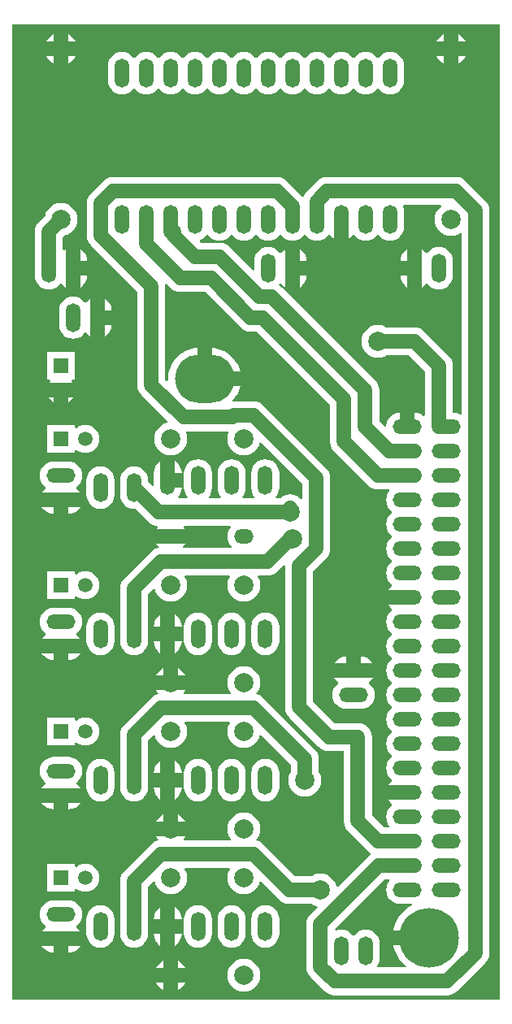
<source format=gtl>
G04*
G04 #@! TF.GenerationSoftware,Altium Limited,Altium Designer,18.1.9 (240)*
G04*
G04 Layer_Physical_Order=1*
G04 Layer_Color=255*
%FSLAX25Y25*%
%MOIN*%
G70*
G01*
G75*
%ADD23C,0.05906*%
%ADD24O,0.05906X0.11811*%
%ADD25C,0.05906*%
%ADD26R,0.05906X0.05906*%
%ADD27R,0.05906X0.05906*%
%ADD28O,0.11811X0.05906*%
%ADD29C,0.07874*%
%ADD30O,0.07874X0.05906*%
%ADD31O,0.24409X0.20000*%
%ADD32C,0.24410*%
%ADD33O,0.11811X0.05906*%
G36*
X300000Y100000D02*
X100000D01*
Y500000D01*
X300000D01*
Y100000D01*
D02*
G37*
%LPC*%
G36*
X282953Y496011D02*
Y492953D01*
X286011D01*
X285592Y493736D01*
X284755Y494756D01*
X283736Y495592D01*
X282953Y496011D01*
D02*
G37*
G36*
X122953D02*
Y492953D01*
X126011D01*
X125592Y493736D01*
X124756Y494756D01*
X123736Y495592D01*
X122953Y496011D01*
D02*
G37*
G36*
X277047D02*
X276264Y495592D01*
X275244Y494756D01*
X274408Y493736D01*
X273989Y492953D01*
X277047D01*
Y496011D01*
D02*
G37*
G36*
X117047D02*
X116264Y495592D01*
X115244Y494756D01*
X114408Y493736D01*
X113989Y492953D01*
X117047D01*
Y496011D01*
D02*
G37*
G36*
X255000Y488711D02*
X253510Y488515D01*
X252121Y487939D01*
X250928Y487024D01*
X250315Y486225D01*
X249685D01*
X249072Y487024D01*
X247879Y487939D01*
X246490Y488515D01*
X245000Y488711D01*
X243510Y488515D01*
X242121Y487939D01*
X240929Y487024D01*
X240315Y486225D01*
X239685D01*
X239071Y487024D01*
X237879Y487939D01*
X236490Y488515D01*
X235000Y488711D01*
X233510Y488515D01*
X232121Y487939D01*
X230928Y487024D01*
X230315Y486225D01*
X229685D01*
X229071Y487024D01*
X227879Y487939D01*
X226490Y488515D01*
X225000Y488711D01*
X223510Y488515D01*
X222121Y487939D01*
X220929Y487024D01*
X220315Y486225D01*
X219685D01*
X219072Y487024D01*
X217879Y487939D01*
X216490Y488515D01*
X215000Y488711D01*
X213510Y488515D01*
X212121Y487939D01*
X210929Y487024D01*
X210315Y486225D01*
X209685D01*
X209071Y487024D01*
X207879Y487939D01*
X206490Y488515D01*
X205000Y488711D01*
X203510Y488515D01*
X202121Y487939D01*
X200928Y487024D01*
X200315Y486225D01*
X199685D01*
X199072Y487024D01*
X197879Y487939D01*
X196490Y488515D01*
X195000Y488711D01*
X193510Y488515D01*
X192121Y487939D01*
X190928Y487024D01*
X190315Y486225D01*
X189685D01*
X189072Y487024D01*
X187879Y487939D01*
X186490Y488515D01*
X185000Y488711D01*
X183510Y488515D01*
X182121Y487939D01*
X180929Y487024D01*
X180315Y486225D01*
X179685D01*
X179071Y487024D01*
X177879Y487939D01*
X176490Y488515D01*
X175000Y488711D01*
X173510Y488515D01*
X172121Y487939D01*
X170929Y487024D01*
X170315Y486225D01*
X169685D01*
X169071Y487024D01*
X167879Y487939D01*
X166490Y488515D01*
X165000Y488711D01*
X163510Y488515D01*
X162121Y487939D01*
X160928Y487024D01*
X160315Y486225D01*
X159685D01*
X159072Y487024D01*
X157879Y487939D01*
X156490Y488515D01*
X155000Y488711D01*
X153510Y488515D01*
X152121Y487939D01*
X150928Y487024D01*
X150315Y486225D01*
X149685D01*
X149072Y487024D01*
X147879Y487939D01*
X146490Y488515D01*
X145000Y488711D01*
X143510Y488515D01*
X142121Y487939D01*
X140928Y487024D01*
X140014Y485832D01*
X139438Y484443D01*
X139242Y482953D01*
Y477047D01*
X139438Y475557D01*
X140014Y474168D01*
X140928Y472976D01*
X142121Y472061D01*
X143510Y471486D01*
X145000Y471289D01*
X146490Y471486D01*
X147879Y472061D01*
X149072Y472976D01*
X149685Y473775D01*
X150315D01*
X150928Y472976D01*
X152121Y472061D01*
X153510Y471486D01*
X155000Y471289D01*
X156490Y471486D01*
X157879Y472061D01*
X159072Y472976D01*
X159685Y473775D01*
X160315D01*
X160928Y472976D01*
X162121Y472061D01*
X163510Y471486D01*
X165000Y471289D01*
X166490Y471486D01*
X167879Y472061D01*
X169071Y472976D01*
X169685Y473775D01*
X170315D01*
X170929Y472976D01*
X172121Y472061D01*
X173510Y471486D01*
X175000Y471289D01*
X176490Y471486D01*
X177879Y472061D01*
X179071Y472976D01*
X179685Y473775D01*
X180315D01*
X180929Y472976D01*
X182121Y472061D01*
X183510Y471486D01*
X185000Y471289D01*
X186490Y471486D01*
X187879Y472061D01*
X189072Y472976D01*
X189685Y473775D01*
X190315D01*
X190928Y472976D01*
X192121Y472061D01*
X193510Y471486D01*
X195000Y471289D01*
X196490Y471486D01*
X197879Y472061D01*
X199072Y472976D01*
X199685Y473775D01*
X200315D01*
X200928Y472976D01*
X202121Y472061D01*
X203510Y471486D01*
X205000Y471289D01*
X206490Y471486D01*
X207879Y472061D01*
X209071Y472976D01*
X209685Y473775D01*
X210315D01*
X210929Y472976D01*
X212121Y472061D01*
X213510Y471486D01*
X215000Y471289D01*
X216490Y471486D01*
X217879Y472061D01*
X219072Y472976D01*
X219685Y473775D01*
X220315D01*
X220929Y472976D01*
X222121Y472061D01*
X223510Y471486D01*
X225000Y471289D01*
X226490Y471486D01*
X227879Y472061D01*
X229071Y472976D01*
X229685Y473775D01*
X230315D01*
X230928Y472976D01*
X232121Y472061D01*
X233510Y471486D01*
X235000Y471289D01*
X236490Y471486D01*
X237879Y472061D01*
X239071Y472976D01*
X239685Y473775D01*
X240315D01*
X240929Y472976D01*
X242121Y472061D01*
X243510Y471486D01*
X245000Y471289D01*
X246490Y471486D01*
X247879Y472061D01*
X249072Y472976D01*
X249685Y473775D01*
X250315D01*
X250928Y472976D01*
X252121Y472061D01*
X253510Y471486D01*
X255000Y471289D01*
X256490Y471486D01*
X257879Y472061D01*
X259071Y472976D01*
X259986Y474168D01*
X260562Y475557D01*
X260758Y477047D01*
Y482953D01*
X260562Y484443D01*
X259986Y485832D01*
X259071Y487024D01*
X257879Y487939D01*
X256490Y488515D01*
X255000Y488711D01*
D02*
G37*
G36*
X286011Y487047D02*
X282953D01*
Y483989D01*
X283736Y484408D01*
X284755Y485245D01*
X285592Y486264D01*
X286011Y487047D01*
D02*
G37*
G36*
X126011D02*
X122953D01*
Y483989D01*
X123736Y484408D01*
X124756Y485245D01*
X125592Y486264D01*
X126011Y487047D01*
D02*
G37*
G36*
X277047D02*
X273989D01*
X274408Y486264D01*
X275244Y485245D01*
X276264Y484408D01*
X277047Y483989D01*
Y487047D01*
D02*
G37*
G36*
X117047D02*
X113989D01*
X114408Y486264D01*
X115244Y485245D01*
X116264Y484408D01*
X117047Y483989D01*
Y487047D01*
D02*
G37*
G36*
X282027Y437372D02*
X229163D01*
X227673Y437176D01*
X226284Y436601D01*
X225092Y435686D01*
X220929Y431522D01*
X220013Y430330D01*
X219617Y429372D01*
X219044Y429297D01*
X219033Y429311D01*
X212659Y435686D01*
X211467Y436601D01*
X210078Y437176D01*
X208588Y437372D01*
X141412D01*
X139922Y437176D01*
X138533Y436601D01*
X137341Y435686D01*
X132267Y430612D01*
X131352Y429419D01*
X130777Y428031D01*
X130581Y426540D01*
Y413460D01*
X130777Y411969D01*
X131352Y410581D01*
X132267Y409388D01*
X151242Y390413D01*
Y352045D01*
X151438Y350554D01*
X152014Y349166D01*
X152928Y347973D01*
X163851Y337051D01*
X163825Y336978D01*
X163619Y336575D01*
X162426Y336213D01*
X161264Y335592D01*
X160245Y334755D01*
X159408Y333736D01*
X158787Y332574D01*
X158404Y331312D01*
X158275Y330000D01*
X158404Y328688D01*
X158787Y327426D01*
X159408Y326264D01*
X160245Y325244D01*
X161264Y324408D01*
X162426Y323787D01*
X163688Y323404D01*
X165000Y323275D01*
X166312Y323404D01*
X167574Y323787D01*
X168736Y324408D01*
X169755Y325244D01*
X170592Y326264D01*
X171213Y327426D01*
X171596Y328688D01*
X171725Y330000D01*
X171596Y331312D01*
X171213Y332574D01*
X171161Y332671D01*
X171418Y333100D01*
X188582D01*
X188839Y332671D01*
X188787Y332574D01*
X188404Y331312D01*
X188275Y330000D01*
X188404Y328688D01*
X188787Y327426D01*
X189408Y326264D01*
X190244Y325244D01*
X191264Y324408D01*
X192426Y323787D01*
X193688Y323404D01*
X195000Y323275D01*
X196312Y323404D01*
X197574Y323787D01*
X198736Y324408D01*
X199756Y325244D01*
X200592Y326264D01*
X201213Y327426D01*
X201481Y328310D01*
X202047Y328451D01*
X218888Y311610D01*
Y305373D01*
X218414Y305212D01*
X218072Y305659D01*
X216879Y306574D01*
X215490Y307149D01*
X214000Y307346D01*
X212510Y307149D01*
X211121Y306574D01*
X210057Y305758D01*
X208350D01*
X208104Y306258D01*
X208766Y307121D01*
X209341Y308510D01*
X209537Y310000D01*
Y315905D01*
X209341Y317396D01*
X208766Y318784D01*
X207851Y319977D01*
X206659Y320892D01*
X205270Y321467D01*
X203780Y321663D01*
X202289Y321467D01*
X200901Y320892D01*
X199708Y319977D01*
X198793Y318784D01*
X198218Y317396D01*
X198022Y315905D01*
Y310000D01*
X198218Y308510D01*
X198793Y307121D01*
X199455Y306258D01*
X199209Y305758D01*
X194571D01*
X194324Y306258D01*
X194986Y307121D01*
X195562Y308510D01*
X195758Y310000D01*
Y315905D01*
X195562Y317396D01*
X194986Y318784D01*
X194071Y319977D01*
X192879Y320892D01*
X191490Y321467D01*
X190000Y321663D01*
X188510Y321467D01*
X187121Y320892D01*
X185928Y319977D01*
X185013Y318784D01*
X184438Y317396D01*
X184242Y315905D01*
Y310000D01*
X184438Y308510D01*
X185013Y307121D01*
X185676Y306258D01*
X185429Y305758D01*
X180791D01*
X180545Y306258D01*
X181207Y307121D01*
X181782Y308510D01*
X181978Y310000D01*
Y315905D01*
X181782Y317396D01*
X181207Y318784D01*
X180292Y319977D01*
X179099Y320892D01*
X177711Y321467D01*
X176221Y321663D01*
X174730Y321467D01*
X173342Y320892D01*
X172149Y319977D01*
X171234Y318784D01*
X170659Y317396D01*
X170463Y315905D01*
Y310000D01*
X170659Y308510D01*
X171234Y307121D01*
X171896Y306258D01*
X171650Y305758D01*
X168350D01*
X168104Y306258D01*
X168766Y307121D01*
X169341Y308510D01*
X169537Y310000D01*
Y310000D01*
X163779D01*
Y312953D01*
X160827D01*
Y320835D01*
X159708Y319977D01*
X158793Y318784D01*
X158218Y317396D01*
X158022Y315905D01*
Y310775D01*
X157560Y310583D01*
X155758Y312385D01*
Y312953D01*
X155562Y314443D01*
X154987Y315832D01*
X154071Y317024D01*
X152879Y317939D01*
X151490Y318514D01*
X150000Y318711D01*
X148510Y318514D01*
X147121Y317939D01*
X145929Y317024D01*
X145013Y315832D01*
X144438Y314443D01*
X144242Y312953D01*
Y307047D01*
X144438Y305557D01*
X145013Y304168D01*
X145929Y302976D01*
X147121Y302061D01*
X148510Y301485D01*
X150000Y301289D01*
X150502Y301355D01*
X155929Y295929D01*
X157121Y295013D01*
X158510Y294438D01*
X159496Y294308D01*
X159717Y293775D01*
X159086Y292953D01*
X170914D01*
X170308Y293742D01*
X170555Y294242D01*
X189445D01*
X189691Y293742D01*
X189029Y292879D01*
X188454Y291490D01*
X188258Y290000D01*
X188454Y288510D01*
X189029Y287121D01*
X189944Y285929D01*
X190011Y285877D01*
X189851Y285404D01*
X170149D01*
X169989Y285877D01*
X170056Y285929D01*
X170914Y287047D01*
X159086D01*
X159944Y285929D01*
X160165Y285759D01*
X160036Y285276D01*
X159514Y285207D01*
X158126Y284632D01*
X156933Y283717D01*
X145929Y272712D01*
X145013Y271520D01*
X144438Y270131D01*
X144242Y268641D01*
Y252953D01*
Y250000D01*
Y247047D01*
X144438Y245557D01*
X145013Y244168D01*
X145929Y242976D01*
X147121Y242061D01*
X148510Y241486D01*
X150000Y241289D01*
X151490Y241486D01*
X152879Y242061D01*
X154071Y242976D01*
X154987Y244168D01*
X155562Y245557D01*
X155758Y247047D01*
Y252953D01*
Y266256D01*
X157953Y268451D01*
X158519Y268310D01*
X158787Y267426D01*
X159408Y266264D01*
X160245Y265245D01*
X161264Y264408D01*
X162426Y263787D01*
X163688Y263404D01*
X165000Y263275D01*
X166312Y263404D01*
X167574Y263787D01*
X168736Y264408D01*
X169755Y265245D01*
X170592Y266264D01*
X171213Y267426D01*
X171596Y268688D01*
X171725Y270000D01*
X171596Y271312D01*
X171213Y272574D01*
X170778Y273388D01*
X171078Y273888D01*
X188922D01*
X189222Y273388D01*
X188787Y272574D01*
X188404Y271312D01*
X188275Y270000D01*
X188404Y268688D01*
X188787Y267426D01*
X189408Y266264D01*
X190244Y265245D01*
X191264Y264408D01*
X192426Y263787D01*
X193688Y263404D01*
X195000Y263275D01*
X196312Y263404D01*
X197574Y263787D01*
X198736Y264408D01*
X199756Y265245D01*
X200592Y266264D01*
X201213Y267426D01*
X201596Y268688D01*
X201725Y270000D01*
X201596Y271312D01*
X201213Y272574D01*
X200778Y273388D01*
X201078Y273888D01*
X204646D01*
X206136Y274084D01*
X207525Y274659D01*
X208717Y275574D01*
X211481Y278339D01*
X211930Y278117D01*
X211919Y278036D01*
Y219872D01*
X212115Y218382D01*
X212691Y216993D01*
X213606Y215800D01*
X225800Y203606D01*
X226993Y202691D01*
X228382Y202115D01*
X229872Y201919D01*
X236014D01*
Y173228D01*
X236210Y171738D01*
X236785Y170349D01*
X237700Y169157D01*
X245929Y160928D01*
X246933Y160158D01*
X246989Y159571D01*
X246339Y159072D01*
X233406Y146139D01*
X233180Y146220D01*
X232920Y146360D01*
X232552Y147574D01*
X231930Y148736D01*
X231094Y149756D01*
X230075Y150592D01*
X228912Y151213D01*
X227651Y151596D01*
X226339Y151725D01*
X225026Y151596D01*
X223765Y151213D01*
X222913Y150758D01*
X216026D01*
X203067Y163717D01*
X201874Y164632D01*
X200486Y165207D01*
X200309Y165231D01*
X200126Y165696D01*
X200592Y166264D01*
X201213Y167426D01*
X201596Y168688D01*
X201725Y170000D01*
X201596Y171312D01*
X201213Y172574D01*
X200592Y173736D01*
X199756Y174756D01*
X198736Y175592D01*
X197574Y176213D01*
X196312Y176596D01*
X195000Y176725D01*
X193688Y176596D01*
X192426Y176213D01*
X191264Y175592D01*
X190244Y174756D01*
X189408Y173736D01*
X188787Y172574D01*
X188404Y171312D01*
X188275Y170000D01*
X188404Y168688D01*
X188787Y167426D01*
X189408Y166264D01*
X189743Y165856D01*
X189529Y165404D01*
X170471D01*
X170257Y165856D01*
X170592Y166264D01*
X171011Y167047D01*
X158989D01*
X159408Y166264D01*
X159874Y165696D01*
X159690Y165231D01*
X159514Y165207D01*
X158126Y164632D01*
X156933Y163717D01*
X145929Y152713D01*
X145013Y151520D01*
X144438Y150131D01*
X144242Y148641D01*
Y132953D01*
Y130000D01*
Y127047D01*
X144438Y125557D01*
X145013Y124168D01*
X145929Y122976D01*
X147121Y122061D01*
X148510Y121485D01*
X150000Y121289D01*
X151490Y121485D01*
X152879Y122061D01*
X154071Y122976D01*
X154987Y124168D01*
X155562Y125557D01*
X155758Y127047D01*
Y132953D01*
Y146256D01*
X157953Y148451D01*
X158519Y148310D01*
X158787Y147426D01*
X159408Y146264D01*
X160245Y145245D01*
X161264Y144408D01*
X162426Y143787D01*
X163688Y143404D01*
X165000Y143275D01*
X166312Y143404D01*
X167574Y143787D01*
X168736Y144408D01*
X169755Y145245D01*
X170592Y146264D01*
X171213Y147426D01*
X171596Y148688D01*
X171725Y150000D01*
X171596Y151312D01*
X171213Y152574D01*
X170778Y153388D01*
X171078Y153888D01*
X188922D01*
X189222Y153388D01*
X188787Y152574D01*
X188404Y151312D01*
X188275Y150000D01*
X188404Y148688D01*
X188787Y147426D01*
X189408Y146264D01*
X190244Y145245D01*
X191264Y144408D01*
X192426Y143787D01*
X193688Y143404D01*
X195000Y143275D01*
X196312Y143404D01*
X197574Y143787D01*
X198736Y144408D01*
X199756Y145245D01*
X200592Y146264D01*
X201213Y147426D01*
X201481Y148310D01*
X202047Y148451D01*
X209570Y140928D01*
X210762Y140014D01*
X212151Y139438D01*
X213641Y139242D01*
X222913D01*
X223765Y138787D01*
X224978Y138418D01*
X225119Y138159D01*
X225200Y137933D01*
X222267Y135000D01*
X221352Y133808D01*
X220777Y132419D01*
X220581Y130929D01*
Y113460D01*
X220777Y111969D01*
X221352Y110581D01*
X222267Y109388D01*
X228207Y103448D01*
X229399Y102533D01*
X230788Y101958D01*
X232278Y101762D01*
X278365D01*
X279855Y101958D01*
X281244Y102533D01*
X282436Y103448D01*
X294072Y115083D01*
X294987Y116276D01*
X295562Y117665D01*
X295758Y119155D01*
Y423641D01*
X295562Y425131D01*
X294987Y426520D01*
X294072Y427712D01*
X286098Y435686D01*
X284906Y436601D01*
X283517Y437176D01*
X282027Y437372D01*
D02*
G37*
G36*
X127953Y407883D02*
Y402953D01*
X130758D01*
Y402953D01*
X130562Y404443D01*
X129987Y405832D01*
X129071Y407024D01*
X127953Y407883D01*
D02*
G37*
G36*
X130758Y397047D02*
X127953D01*
Y392117D01*
X129071Y392976D01*
X129987Y394168D01*
X130562Y395557D01*
X130758Y397047D01*
Y397047D01*
D02*
G37*
G36*
X120000Y426725D02*
X118688Y426596D01*
X117426Y426213D01*
X116264Y425592D01*
X115244Y424755D01*
X114408Y423736D01*
X113787Y422574D01*
X113506Y421649D01*
X110928Y419071D01*
X110013Y417879D01*
X109438Y416490D01*
X109242Y415000D01*
Y402953D01*
Y400000D01*
Y397047D01*
X109438Y395557D01*
X110013Y394168D01*
X110928Y392976D01*
X112121Y392061D01*
X113510Y391486D01*
X115000Y391289D01*
X116490Y391486D01*
X117879Y392061D01*
X119071Y392976D01*
X119685Y393775D01*
X120315D01*
X120929Y392976D01*
X122047Y392117D01*
Y400000D01*
X125000D01*
D01*
X122047D01*
Y407883D01*
X121258Y407277D01*
X120758Y407523D01*
Y412615D01*
X121649Y413506D01*
X122574Y413787D01*
X123736Y414408D01*
X124756Y415244D01*
X125592Y416264D01*
X126213Y417426D01*
X126596Y418688D01*
X126725Y420000D01*
X126596Y421312D01*
X126213Y422574D01*
X125592Y423736D01*
X124756Y424755D01*
X123736Y425592D01*
X122574Y426213D01*
X121312Y426596D01*
X120000Y426725D01*
D02*
G37*
G36*
X137953Y387607D02*
Y382677D01*
X140758D01*
Y382677D01*
X140562Y384167D01*
X139987Y385556D01*
X139072Y386749D01*
X137953Y387607D01*
D02*
G37*
G36*
X140758Y376772D02*
X137953D01*
Y371842D01*
X139072Y372700D01*
X139987Y373893D01*
X140562Y375281D01*
X140758Y376772D01*
D02*
G37*
G36*
X125000Y388435D02*
X123510Y388239D01*
X122121Y387664D01*
X120929Y386749D01*
X120013Y385556D01*
X119438Y384167D01*
X119242Y382677D01*
Y376772D01*
X119438Y375281D01*
X120013Y373893D01*
X120929Y372700D01*
X122121Y371785D01*
X123510Y371210D01*
X125000Y371014D01*
X126490Y371210D01*
X127879Y371785D01*
X129071Y372700D01*
X129685Y373500D01*
X130315D01*
X130929Y372700D01*
X132047Y371842D01*
Y379724D01*
Y387607D01*
X130929Y386749D01*
X130315Y385949D01*
X129685D01*
X129071Y386749D01*
X127879Y387664D01*
X126490Y388239D01*
X125000Y388435D01*
D02*
G37*
G36*
X125709Y365709D02*
X114291D01*
Y354291D01*
X115467D01*
X115714Y353791D01*
X115070Y352953D01*
X120000D01*
X124930D01*
X124286Y353791D01*
X124533Y354291D01*
X125709D01*
Y365709D01*
D02*
G37*
G36*
X124930Y347047D02*
X122953D01*
Y345070D01*
X124072Y345929D01*
X124930Y347047D01*
D02*
G37*
G36*
X117047D02*
X115070D01*
X115928Y345929D01*
X117047Y345070D01*
Y347047D01*
D02*
G37*
G36*
X130000Y335758D02*
X128510Y335562D01*
X127121Y334986D01*
X126209Y334286D01*
X125709Y334533D01*
Y335709D01*
X114291D01*
Y324291D01*
X125709D01*
Y325467D01*
X126209Y325714D01*
X127121Y325013D01*
X128510Y324438D01*
X130000Y324242D01*
X131490Y324438D01*
X132879Y325013D01*
X134072Y325928D01*
X134986Y327121D01*
X135562Y328510D01*
X135758Y330000D01*
X135562Y331490D01*
X134986Y332879D01*
X134072Y334071D01*
X132879Y334986D01*
X131490Y335562D01*
X130000Y335758D01*
D02*
G37*
G36*
X166732Y320835D02*
Y315905D01*
X169537D01*
Y315905D01*
X169341Y317396D01*
X168766Y318784D01*
X167851Y319977D01*
X166732Y320835D01*
D02*
G37*
G36*
X122953Y320758D02*
X117047D01*
X115557Y320562D01*
X114168Y319987D01*
X112976Y319072D01*
X112061Y317879D01*
X111486Y316490D01*
X111289Y315000D01*
X111486Y313510D01*
X112061Y312121D01*
X112976Y310929D01*
X113775Y310315D01*
Y309685D01*
X112976Y309071D01*
X112117Y307953D01*
X120000D01*
X127883D01*
X127024Y309071D01*
X126225Y309685D01*
Y310315D01*
X127024Y310929D01*
X127939Y312121D01*
X128515Y313510D01*
X128711Y315000D01*
X128515Y316490D01*
X127939Y317879D01*
X127024Y319072D01*
X125832Y319987D01*
X124443Y320562D01*
X122953Y320758D01*
D02*
G37*
G36*
X136221Y318711D02*
X134730Y318514D01*
X133342Y317939D01*
X132149Y317024D01*
X131234Y315832D01*
X130659Y314443D01*
X130463Y312953D01*
Y307047D01*
X130659Y305557D01*
X131234Y304168D01*
X132149Y302976D01*
X133342Y302061D01*
X134730Y301485D01*
X136221Y301289D01*
X137711Y301485D01*
X139099Y302061D01*
X140292Y302976D01*
X141207Y304168D01*
X141782Y305557D01*
X141978Y307047D01*
Y312953D01*
X141782Y314443D01*
X141207Y315832D01*
X140292Y317024D01*
X139099Y317939D01*
X137711Y318514D01*
X136221Y318711D01*
D02*
G37*
G36*
X127883Y302047D02*
X122953D01*
Y299242D01*
X122953D01*
X124443Y299438D01*
X125832Y300013D01*
X127024Y300928D01*
X127883Y302047D01*
D02*
G37*
G36*
X117047D02*
X112117D01*
X112976Y300928D01*
X114168Y300013D01*
X115557Y299438D01*
X117047Y299242D01*
X117047D01*
Y302047D01*
D02*
G37*
G36*
X130000Y275758D02*
X128510Y275562D01*
X127121Y274987D01*
X126209Y274286D01*
X125709Y274533D01*
Y275709D01*
X114291D01*
Y264291D01*
X125709D01*
Y265467D01*
X126209Y265714D01*
X127121Y265014D01*
X128510Y264438D01*
X130000Y264242D01*
X131490Y264438D01*
X132879Y265014D01*
X134072Y265929D01*
X134986Y267121D01*
X135562Y268510D01*
X135758Y270000D01*
X135562Y271490D01*
X134986Y272879D01*
X134072Y274072D01*
X132879Y274987D01*
X131490Y275562D01*
X130000Y275758D01*
D02*
G37*
G36*
X166732Y257883D02*
Y252953D01*
X169537D01*
Y252953D01*
X169341Y254443D01*
X168766Y255832D01*
X167851Y257024D01*
X166732Y257883D01*
D02*
G37*
G36*
X160827D02*
X159708Y257024D01*
X158793Y255832D01*
X158218Y254443D01*
X158022Y252953D01*
Y252953D01*
X160827D01*
Y257883D01*
D02*
G37*
G36*
X122953Y260758D02*
X117047D01*
X115557Y260562D01*
X114168Y259986D01*
X112976Y259071D01*
X112061Y257879D01*
X111486Y256490D01*
X111289Y255000D01*
X111486Y253510D01*
X112061Y252121D01*
X112976Y250928D01*
X113775Y250315D01*
Y249685D01*
X112976Y249072D01*
X112117Y247953D01*
X120000D01*
X127883D01*
X127024Y249072D01*
X126225Y249685D01*
Y250315D01*
X127024Y250928D01*
X127939Y252121D01*
X128515Y253510D01*
X128711Y255000D01*
X128515Y256490D01*
X127939Y257879D01*
X127024Y259071D01*
X125832Y259986D01*
X124443Y260562D01*
X122953Y260758D01*
D02*
G37*
G36*
X169537Y247047D02*
X166732D01*
Y242117D01*
X167851Y242976D01*
X168766Y244168D01*
X169341Y245557D01*
X169537Y247047D01*
Y247047D01*
D02*
G37*
G36*
X160827D02*
X158022D01*
Y247047D01*
X158218Y245557D01*
X158793Y244168D01*
X159708Y242976D01*
X160827Y242117D01*
Y247047D01*
D02*
G37*
G36*
X203780Y258711D02*
X202289Y258514D01*
X200901Y257939D01*
X199708Y257024D01*
X198793Y255832D01*
X198218Y254443D01*
X198022Y252953D01*
Y247047D01*
X198218Y245557D01*
X198793Y244168D01*
X199708Y242976D01*
X200901Y242061D01*
X202289Y241486D01*
X203780Y241289D01*
X205270Y241486D01*
X206659Y242061D01*
X207851Y242976D01*
X208766Y244168D01*
X209341Y245557D01*
X209537Y247047D01*
Y252953D01*
X209341Y254443D01*
X208766Y255832D01*
X207851Y257024D01*
X206659Y257939D01*
X205270Y258514D01*
X203780Y258711D01*
D02*
G37*
G36*
X190000D02*
X188510Y258514D01*
X187121Y257939D01*
X185928Y257024D01*
X185013Y255832D01*
X184438Y254443D01*
X184242Y252953D01*
Y247047D01*
X184438Y245557D01*
X185013Y244168D01*
X185928Y242976D01*
X187121Y242061D01*
X188510Y241486D01*
X190000Y241289D01*
X191490Y241486D01*
X192879Y242061D01*
X194071Y242976D01*
X194986Y244168D01*
X195562Y245557D01*
X195758Y247047D01*
Y252953D01*
X195562Y254443D01*
X194986Y255832D01*
X194071Y257024D01*
X192879Y257939D01*
X191490Y258514D01*
X190000Y258711D01*
D02*
G37*
G36*
X176221D02*
X174730Y258514D01*
X173342Y257939D01*
X172149Y257024D01*
X171234Y255832D01*
X170659Y254443D01*
X170463Y252953D01*
Y247047D01*
X170659Y245557D01*
X171234Y244168D01*
X172149Y242976D01*
X173342Y242061D01*
X174730Y241486D01*
X176221Y241289D01*
X177711Y241486D01*
X179099Y242061D01*
X180292Y242976D01*
X181207Y244168D01*
X181782Y245557D01*
X181978Y247047D01*
Y252953D01*
X181782Y254443D01*
X181207Y255832D01*
X180292Y257024D01*
X179099Y257939D01*
X177711Y258514D01*
X176221Y258711D01*
D02*
G37*
G36*
X136221D02*
X134730Y258514D01*
X133342Y257939D01*
X132149Y257024D01*
X131234Y255832D01*
X130659Y254443D01*
X130463Y252953D01*
Y247047D01*
X130659Y245557D01*
X131234Y244168D01*
X132149Y242976D01*
X133342Y242061D01*
X134730Y241486D01*
X136221Y241289D01*
X137711Y241486D01*
X139099Y242061D01*
X140292Y242976D01*
X141207Y244168D01*
X141782Y245557D01*
X141978Y247047D01*
Y252953D01*
X141782Y254443D01*
X141207Y255832D01*
X140292Y257024D01*
X139099Y257939D01*
X137711Y258514D01*
X136221Y258711D01*
D02*
G37*
G36*
X127883Y242047D02*
X122953D01*
Y239242D01*
X122953D01*
X124443Y239438D01*
X125832Y240014D01*
X127024Y240929D01*
X127883Y242047D01*
D02*
G37*
G36*
X117047D02*
X112117D01*
X112976Y240929D01*
X114168Y240014D01*
X115557Y239438D01*
X117047Y239242D01*
X117047D01*
Y242047D01*
D02*
G37*
G36*
X167953Y236011D02*
Y232953D01*
X171011D01*
X170592Y233736D01*
X169755Y234755D01*
X168736Y235592D01*
X167953Y236011D01*
D02*
G37*
G36*
X162047D02*
X161264Y235592D01*
X160245Y234755D01*
X159408Y233736D01*
X158989Y232953D01*
X162047D01*
Y236011D01*
D02*
G37*
G36*
X195000Y236725D02*
X193688Y236596D01*
X192426Y236213D01*
X191264Y235592D01*
X190244Y234755D01*
X189408Y233736D01*
X188787Y232574D01*
X188404Y231312D01*
X188275Y230000D01*
X188404Y228688D01*
X188787Y227426D01*
X189408Y226264D01*
X189743Y225856D01*
X189529Y225404D01*
X170471D01*
X170257Y225856D01*
X170592Y226264D01*
X171011Y227047D01*
X158989D01*
X159408Y226264D01*
X159874Y225696D01*
X159690Y225231D01*
X159514Y225207D01*
X158126Y224632D01*
X156933Y223717D01*
X145929Y212713D01*
X145013Y211520D01*
X144438Y210131D01*
X144242Y208641D01*
Y192953D01*
Y190000D01*
Y187047D01*
X144438Y185557D01*
X145013Y184168D01*
X145929Y182976D01*
X147121Y182061D01*
X148510Y181485D01*
X150000Y181289D01*
X151490Y181485D01*
X152879Y182061D01*
X154071Y182976D01*
X154987Y184168D01*
X155562Y185557D01*
X155758Y187047D01*
Y192953D01*
Y206256D01*
X157953Y208451D01*
X158519Y208310D01*
X158787Y207426D01*
X159408Y206264D01*
X160245Y205244D01*
X161264Y204408D01*
X162426Y203787D01*
X163688Y203404D01*
X165000Y203275D01*
X166312Y203404D01*
X167574Y203787D01*
X168736Y204408D01*
X169755Y205244D01*
X170592Y206264D01*
X171213Y207426D01*
X171596Y208688D01*
X171725Y210000D01*
X171596Y211312D01*
X171213Y212574D01*
X170778Y213388D01*
X171078Y213888D01*
X188922D01*
X189222Y213388D01*
X188787Y212574D01*
X188404Y211312D01*
X188275Y210000D01*
X188404Y208688D01*
X188787Y207426D01*
X189408Y206264D01*
X190244Y205244D01*
X191264Y204408D01*
X192426Y203787D01*
X193688Y203404D01*
X195000Y203275D01*
X196312Y203404D01*
X197574Y203787D01*
X198736Y204408D01*
X199756Y205244D01*
X200592Y206264D01*
X201213Y207426D01*
X201481Y208310D01*
X202047Y208451D01*
X214242Y196256D01*
Y193426D01*
X213787Y192574D01*
X213404Y191312D01*
X213275Y190000D01*
X213404Y188688D01*
X213787Y187426D01*
X214408Y186264D01*
X215245Y185245D01*
X216264Y184408D01*
X217426Y183787D01*
X218688Y183404D01*
X220000Y183275D01*
X221312Y183404D01*
X222574Y183787D01*
X223736Y184408D01*
X224756Y185245D01*
X225592Y186264D01*
X226213Y187426D01*
X226596Y188688D01*
X226725Y190000D01*
X226596Y191312D01*
X226213Y192574D01*
X225758Y193426D01*
Y198641D01*
X225562Y200131D01*
X224987Y201520D01*
X224072Y202712D01*
X203067Y223717D01*
X201874Y224632D01*
X200486Y225207D01*
X200309Y225231D01*
X200126Y225696D01*
X200592Y226264D01*
X201213Y227426D01*
X201596Y228688D01*
X201725Y230000D01*
X201596Y231312D01*
X201213Y232574D01*
X200592Y233736D01*
X199756Y234755D01*
X198736Y235592D01*
X197574Y236213D01*
X196312Y236596D01*
X195000Y236725D01*
D02*
G37*
G36*
X130000Y215758D02*
X128510Y215562D01*
X127121Y214986D01*
X126209Y214286D01*
X125709Y214533D01*
Y215709D01*
X114291D01*
Y204291D01*
X125709D01*
Y205467D01*
X126209Y205714D01*
X127121Y205013D01*
X128510Y204438D01*
X130000Y204242D01*
X131490Y204438D01*
X132879Y205013D01*
X134072Y205928D01*
X134986Y207121D01*
X135562Y208510D01*
X135758Y210000D01*
X135562Y211490D01*
X134986Y212879D01*
X134072Y214071D01*
X132879Y214986D01*
X131490Y215562D01*
X130000Y215758D01*
D02*
G37*
G36*
X166732Y197883D02*
Y192953D01*
X169537D01*
Y192953D01*
X169341Y194443D01*
X168766Y195832D01*
X167851Y197024D01*
X166732Y197883D01*
D02*
G37*
G36*
X160827D02*
X159708Y197024D01*
X158793Y195832D01*
X158218Y194443D01*
X158022Y192953D01*
Y192953D01*
X160827D01*
Y197883D01*
D02*
G37*
G36*
X122953Y199537D02*
X117047D01*
X115557Y199341D01*
X114168Y198766D01*
X112976Y197851D01*
X112061Y196659D01*
X111486Y195270D01*
X111289Y193780D01*
X111486Y192289D01*
X112061Y190901D01*
X112976Y189708D01*
X113775Y189095D01*
Y188464D01*
X112976Y187851D01*
X112117Y186732D01*
X120000D01*
X127883D01*
X127024Y187851D01*
X126225Y188464D01*
Y189095D01*
X127024Y189708D01*
X127939Y190901D01*
X128515Y192289D01*
X128711Y193780D01*
X128515Y195270D01*
X127939Y196659D01*
X127024Y197851D01*
X125832Y198766D01*
X124443Y199341D01*
X122953Y199537D01*
D02*
G37*
G36*
X169537Y187047D02*
X166732D01*
Y182117D01*
X167851Y182976D01*
X168766Y184168D01*
X169341Y185557D01*
X169537Y187047D01*
Y187047D01*
D02*
G37*
G36*
X160827D02*
X158022D01*
Y187047D01*
X158218Y185557D01*
X158793Y184168D01*
X159708Y182976D01*
X160827Y182117D01*
Y187047D01*
D02*
G37*
G36*
X203780Y198711D02*
X202289Y198514D01*
X200901Y197939D01*
X199708Y197024D01*
X198793Y195832D01*
X198218Y194443D01*
X198022Y192953D01*
Y187047D01*
X198218Y185557D01*
X198793Y184168D01*
X199708Y182976D01*
X200901Y182061D01*
X202289Y181485D01*
X203780Y181289D01*
X205270Y181485D01*
X206659Y182061D01*
X207851Y182976D01*
X208766Y184168D01*
X209341Y185557D01*
X209537Y187047D01*
Y192953D01*
X209341Y194443D01*
X208766Y195832D01*
X207851Y197024D01*
X206659Y197939D01*
X205270Y198514D01*
X203780Y198711D01*
D02*
G37*
G36*
X190000D02*
X188510Y198514D01*
X187121Y197939D01*
X185928Y197024D01*
X185013Y195832D01*
X184438Y194443D01*
X184242Y192953D01*
Y187047D01*
X184438Y185557D01*
X185013Y184168D01*
X185928Y182976D01*
X187121Y182061D01*
X188510Y181485D01*
X190000Y181289D01*
X191490Y181485D01*
X192879Y182061D01*
X194071Y182976D01*
X194986Y184168D01*
X195562Y185557D01*
X195758Y187047D01*
Y192953D01*
X195562Y194443D01*
X194986Y195832D01*
X194071Y197024D01*
X192879Y197939D01*
X191490Y198514D01*
X190000Y198711D01*
D02*
G37*
G36*
X176221D02*
X174730Y198514D01*
X173342Y197939D01*
X172149Y197024D01*
X171234Y195832D01*
X170659Y194443D01*
X170463Y192953D01*
Y187047D01*
X170659Y185557D01*
X171234Y184168D01*
X172149Y182976D01*
X173342Y182061D01*
X174730Y181485D01*
X176221Y181289D01*
X177711Y181485D01*
X179099Y182061D01*
X180292Y182976D01*
X181207Y184168D01*
X181782Y185557D01*
X181978Y187047D01*
Y192953D01*
X181782Y194443D01*
X181207Y195832D01*
X180292Y197024D01*
X179099Y197939D01*
X177711Y198514D01*
X176221Y198711D01*
D02*
G37*
G36*
X136221D02*
X134730Y198514D01*
X133342Y197939D01*
X132149Y197024D01*
X131234Y195832D01*
X130659Y194443D01*
X130463Y192953D01*
Y187047D01*
X130659Y185557D01*
X131234Y184168D01*
X132149Y182976D01*
X133342Y182061D01*
X134730Y181485D01*
X136221Y181289D01*
X137711Y181485D01*
X139099Y182061D01*
X140292Y182976D01*
X141207Y184168D01*
X141782Y185557D01*
X141978Y187047D01*
Y192953D01*
X141782Y194443D01*
X141207Y195832D01*
X140292Y197024D01*
X139099Y197939D01*
X137711Y198514D01*
X136221Y198711D01*
D02*
G37*
G36*
X127883Y180827D02*
X122953D01*
Y178022D01*
X122953D01*
X124443Y178218D01*
X125832Y178793D01*
X127024Y179708D01*
X127883Y180827D01*
D02*
G37*
G36*
X117047D02*
X112117D01*
X112976Y179708D01*
X114168Y178793D01*
X115557Y178218D01*
X117047Y178022D01*
D01*
Y180827D01*
D02*
G37*
G36*
X167953Y176011D02*
Y172953D01*
X171011D01*
X170592Y173736D01*
X169755Y174756D01*
X168736Y175592D01*
X167953Y176011D01*
D02*
G37*
G36*
X162047D02*
X161264Y175592D01*
X160245Y174756D01*
X159408Y173736D01*
X158989Y172953D01*
X162047D01*
Y176011D01*
D02*
G37*
G36*
X130000Y155758D02*
X128510Y155562D01*
X127121Y154987D01*
X126209Y154286D01*
X125709Y154533D01*
Y155709D01*
X114291D01*
Y144291D01*
X125709D01*
Y145467D01*
X126209Y145714D01*
X127121Y145013D01*
X128510Y144438D01*
X130000Y144242D01*
X131490Y144438D01*
X132879Y145013D01*
X134072Y145929D01*
X134986Y147121D01*
X135562Y148510D01*
X135758Y150000D01*
X135562Y151490D01*
X134986Y152879D01*
X134072Y154071D01*
X132879Y154987D01*
X131490Y155562D01*
X130000Y155758D01*
D02*
G37*
G36*
X166732Y137883D02*
Y132953D01*
X169537D01*
Y132953D01*
X169341Y134443D01*
X168766Y135832D01*
X167851Y137024D01*
X166732Y137883D01*
D02*
G37*
G36*
X160827D02*
X159708Y137024D01*
X158793Y135832D01*
X158218Y134443D01*
X158022Y132953D01*
Y132953D01*
X160827D01*
Y137883D01*
D02*
G37*
G36*
X122953Y140758D02*
X117047D01*
X115557Y140562D01*
X114168Y139987D01*
X112976Y139072D01*
X112061Y137879D01*
X111486Y136490D01*
X111289Y135000D01*
X111486Y133510D01*
X112061Y132121D01*
X112976Y130929D01*
X113775Y130315D01*
Y129685D01*
X112976Y129071D01*
X112117Y127953D01*
X120000D01*
X127883D01*
X127024Y129071D01*
X126225Y129685D01*
Y130315D01*
X127024Y130929D01*
X127939Y132121D01*
X128515Y133510D01*
X128711Y135000D01*
X128515Y136490D01*
X127939Y137879D01*
X127024Y139072D01*
X125832Y139987D01*
X124443Y140562D01*
X122953Y140758D01*
D02*
G37*
G36*
X169537Y127047D02*
X166732D01*
Y122117D01*
X167851Y122976D01*
X168766Y124168D01*
X169341Y125557D01*
X169537Y127047D01*
Y127047D01*
D02*
G37*
G36*
X160827D02*
X158022D01*
Y127047D01*
X158218Y125557D01*
X158793Y124168D01*
X159708Y122976D01*
X160827Y122117D01*
Y127047D01*
D02*
G37*
G36*
X203780Y138711D02*
X202289Y138514D01*
X200901Y137939D01*
X199708Y137024D01*
X198793Y135832D01*
X198218Y134443D01*
X198022Y132953D01*
Y127047D01*
X198218Y125557D01*
X198793Y124168D01*
X199708Y122976D01*
X200901Y122061D01*
X202289Y121485D01*
X203780Y121289D01*
X205270Y121485D01*
X206659Y122061D01*
X207851Y122976D01*
X208766Y124168D01*
X209341Y125557D01*
X209537Y127047D01*
Y132953D01*
X209341Y134443D01*
X208766Y135832D01*
X207851Y137024D01*
X206659Y137939D01*
X205270Y138514D01*
X203780Y138711D01*
D02*
G37*
G36*
X190000D02*
X188510Y138514D01*
X187121Y137939D01*
X185928Y137024D01*
X185013Y135832D01*
X184438Y134443D01*
X184242Y132953D01*
Y127047D01*
X184438Y125557D01*
X185013Y124168D01*
X185928Y122976D01*
X187121Y122061D01*
X188510Y121485D01*
X190000Y121289D01*
X191490Y121485D01*
X192879Y122061D01*
X194071Y122976D01*
X194986Y124168D01*
X195562Y125557D01*
X195758Y127047D01*
Y132953D01*
X195562Y134443D01*
X194986Y135832D01*
X194071Y137024D01*
X192879Y137939D01*
X191490Y138514D01*
X190000Y138711D01*
D02*
G37*
G36*
X176221D02*
X174730Y138514D01*
X173342Y137939D01*
X172149Y137024D01*
X171234Y135832D01*
X170659Y134443D01*
X170463Y132953D01*
Y127047D01*
X170659Y125557D01*
X171234Y124168D01*
X172149Y122976D01*
X173342Y122061D01*
X174730Y121485D01*
X176221Y121289D01*
X177711Y121485D01*
X179099Y122061D01*
X180292Y122976D01*
X181207Y124168D01*
X181782Y125557D01*
X181978Y127047D01*
Y132953D01*
X181782Y134443D01*
X181207Y135832D01*
X180292Y137024D01*
X179099Y137939D01*
X177711Y138514D01*
X176221Y138711D01*
D02*
G37*
G36*
X136221D02*
X134730Y138514D01*
X133342Y137939D01*
X132149Y137024D01*
X131234Y135832D01*
X130659Y134443D01*
X130463Y132953D01*
Y127047D01*
X130659Y125557D01*
X131234Y124168D01*
X132149Y122976D01*
X133342Y122061D01*
X134730Y121485D01*
X136221Y121289D01*
X137711Y121485D01*
X139099Y122061D01*
X140292Y122976D01*
X141207Y124168D01*
X141782Y125557D01*
X141978Y127047D01*
Y132953D01*
X141782Y134443D01*
X141207Y135832D01*
X140292Y137024D01*
X139099Y137939D01*
X137711Y138514D01*
X136221Y138711D01*
D02*
G37*
G36*
X127883Y122047D02*
X122953D01*
Y119242D01*
X122953D01*
X124443Y119438D01*
X125832Y120013D01*
X127024Y120929D01*
X127883Y122047D01*
D02*
G37*
G36*
X117047D02*
X112117D01*
X112976Y120929D01*
X114168Y120013D01*
X115557Y119438D01*
X117047Y119242D01*
X117047D01*
Y122047D01*
D02*
G37*
G36*
X167953Y116011D02*
Y112953D01*
X171011D01*
X170592Y113736D01*
X169755Y114755D01*
X168736Y115592D01*
X167953Y116011D01*
D02*
G37*
G36*
X162047D02*
X161264Y115592D01*
X160245Y114755D01*
X159408Y113736D01*
X158989Y112953D01*
X162047D01*
Y116011D01*
D02*
G37*
G36*
X171011Y107047D02*
X167953D01*
Y103989D01*
X168736Y104408D01*
X169755Y105245D01*
X170592Y106264D01*
X171011Y107047D01*
D02*
G37*
G36*
X162047D02*
X158989D01*
X159408Y106264D01*
X160245Y105245D01*
X161264Y104408D01*
X162047Y103989D01*
Y107047D01*
D02*
G37*
G36*
X195000Y116725D02*
X193688Y116596D01*
X192426Y116213D01*
X191264Y115592D01*
X190244Y114755D01*
X189408Y113736D01*
X188787Y112574D01*
X188404Y111312D01*
X188275Y110000D01*
X188404Y108688D01*
X188787Y107426D01*
X189408Y106264D01*
X190244Y105245D01*
X191264Y104408D01*
X192426Y103787D01*
X193688Y103404D01*
X195000Y103275D01*
X196312Y103404D01*
X197574Y103787D01*
X198736Y104408D01*
X199756Y105245D01*
X200592Y106264D01*
X201213Y107426D01*
X201596Y108688D01*
X201725Y110000D01*
X201596Y111312D01*
X201213Y112574D01*
X200592Y113736D01*
X199756Y114755D01*
X198736Y115592D01*
X197574Y116213D01*
X196312Y116596D01*
X195000Y116725D01*
D02*
G37*
%LPD*%
G36*
X275976Y425356D02*
X275244Y424755D01*
X274408Y423736D01*
X273787Y422574D01*
X273404Y421312D01*
X273275Y420000D01*
X273404Y418688D01*
X273787Y417426D01*
X274408Y416264D01*
X275244Y415244D01*
X276264Y414408D01*
X277426Y413787D01*
X278688Y413404D01*
X280000Y413275D01*
X281312Y413404D01*
X282574Y413787D01*
X283736Y414408D01*
X283790Y414452D01*
X284242Y414238D01*
Y340201D01*
X284107Y340134D01*
X283742Y340004D01*
X282396Y340562D01*
X280906Y340758D01*
X280758D01*
Y360000D01*
X280562Y361490D01*
X279987Y362879D01*
X279071Y364071D01*
X269072Y374072D01*
X267879Y374987D01*
X266490Y375562D01*
X265000Y375758D01*
X253426D01*
X252574Y376213D01*
X251312Y376596D01*
X250000Y376725D01*
X248688Y376596D01*
X247426Y376213D01*
X246264Y375592D01*
X245245Y374756D01*
X244408Y373736D01*
X243787Y372574D01*
X243404Y371312D01*
X243275Y370000D01*
X243404Y368688D01*
X243787Y367426D01*
X244408Y366264D01*
X245245Y365245D01*
X246264Y364408D01*
X247426Y363787D01*
X248688Y363404D01*
X250000Y363275D01*
X251312Y363404D01*
X252574Y363787D01*
X253426Y364242D01*
X262615D01*
X269242Y357615D01*
Y339571D01*
X268742Y339324D01*
X267879Y339986D01*
X266490Y340562D01*
X265000Y340758D01*
X265000D01*
Y335000D01*
X259095D01*
Y340758D01*
X259095D01*
X257604Y340562D01*
X256216Y339986D01*
X255023Y339071D01*
X254108Y337879D01*
X253533Y336490D01*
X253373Y335275D01*
X252845Y335096D01*
X250556Y337385D01*
Y350000D01*
X250360Y351490D01*
X249785Y352879D01*
X248870Y354071D01*
X210484Y392457D01*
X209345Y393332D01*
X209685Y393775D01*
X210315D01*
X210929Y392976D01*
X212047Y392117D01*
Y400000D01*
Y407883D01*
X210929Y407024D01*
X210315Y406225D01*
X209685D01*
X209071Y407024D01*
X207879Y407939D01*
X206490Y408514D01*
X205000Y408711D01*
X203510Y408514D01*
X202121Y407939D01*
X200928Y407024D01*
X200013Y405832D01*
X199438Y404443D01*
X199242Y402953D01*
Y399352D01*
X198780Y399161D01*
X189224Y408717D01*
X188031Y409632D01*
X186643Y410207D01*
X185152Y410404D01*
X177538D01*
X176848Y411093D01*
X176966Y411683D01*
X177879Y412061D01*
X179071Y412976D01*
X179685Y413775D01*
X180315D01*
X180929Y412976D01*
X182121Y412061D01*
X183510Y411485D01*
X185000Y411289D01*
X186490Y411485D01*
X187879Y412061D01*
X189072Y412976D01*
X189685Y413775D01*
X190315D01*
X190928Y412976D01*
X192121Y412061D01*
X193510Y411485D01*
X195000Y411289D01*
X196490Y411485D01*
X197879Y412061D01*
X199072Y412976D01*
X199685Y413775D01*
X200315D01*
X200928Y412976D01*
X202121Y412061D01*
X203510Y411485D01*
X205000Y411289D01*
X206490Y411485D01*
X207879Y412061D01*
X209071Y412976D01*
X209685Y413775D01*
X210315D01*
X210929Y412976D01*
X212121Y412061D01*
X213510Y411485D01*
X215000Y411289D01*
X216490Y411485D01*
X217879Y412061D01*
X219072Y412976D01*
X219685Y413775D01*
X220315D01*
X220929Y412976D01*
X222121Y412061D01*
X223510Y411485D01*
X225000Y411289D01*
X226490Y411485D01*
X227879Y412061D01*
X229071Y412976D01*
X229685Y413775D01*
X230315D01*
X230928Y412976D01*
X232047Y412117D01*
Y420000D01*
X237953D01*
Y412117D01*
X239071Y412976D01*
X239685Y413775D01*
X240315D01*
X240929Y412976D01*
X242121Y412061D01*
X243510Y411485D01*
X245000Y411289D01*
X246490Y411485D01*
X247879Y412061D01*
X249072Y412976D01*
X249685Y413775D01*
X250315D01*
X250928Y412976D01*
X252121Y412061D01*
X253510Y411485D01*
X255000Y411289D01*
X256490Y411485D01*
X257879Y412061D01*
X259071Y412976D01*
X259986Y414168D01*
X260562Y415557D01*
X260758Y417047D01*
Y422953D01*
X260562Y424443D01*
X260183Y425356D01*
X260518Y425856D01*
X275798D01*
X275976Y425356D01*
D02*
G37*
G36*
X164944Y391913D02*
X166137Y390998D01*
X167525Y390423D01*
X169016Y390226D01*
X179180D01*
X193595Y375811D01*
X193716Y375653D01*
X194909Y374738D01*
X196298Y374163D01*
X197788Y373967D01*
X200440D01*
X230379Y344027D01*
Y328863D01*
X230575Y327373D01*
X231150Y325984D01*
X232065Y324792D01*
X245929Y310929D01*
X247121Y310014D01*
X248510Y309438D01*
X250000Y309242D01*
X254524D01*
X254770Y308742D01*
X254108Y307879D01*
X253533Y306490D01*
X253337Y305000D01*
X253533Y303510D01*
X254108Y302121D01*
X255023Y300928D01*
X255822Y300315D01*
Y299685D01*
X255023Y299072D01*
X254108Y297879D01*
X253533Y296490D01*
X253337Y295000D01*
X253533Y293510D01*
X254108Y292121D01*
X255023Y290929D01*
X255822Y290315D01*
Y289685D01*
X255023Y289071D01*
X254108Y287879D01*
X253533Y286490D01*
X253337Y285000D01*
X253533Y283510D01*
X254108Y282121D01*
X255023Y280928D01*
X255822Y280315D01*
Y279685D01*
X255023Y279071D01*
X254108Y277879D01*
X253533Y276490D01*
X253337Y275000D01*
X253533Y273510D01*
X254108Y272121D01*
X255023Y270929D01*
X255822Y270315D01*
Y269685D01*
X255023Y269072D01*
X254165Y267953D01*
X262047D01*
Y262047D01*
X254165D01*
X255023Y260929D01*
X255822Y260315D01*
Y259685D01*
X255023Y259071D01*
X254108Y257879D01*
X253533Y256490D01*
X253337Y255000D01*
X253533Y253510D01*
X254108Y252121D01*
X255023Y250928D01*
X255822Y250315D01*
Y249685D01*
X255023Y249072D01*
X254108Y247879D01*
X253533Y246490D01*
X253337Y245000D01*
X253533Y243510D01*
X254108Y242121D01*
X255023Y240929D01*
X255822Y240315D01*
Y239685D01*
X255023Y239071D01*
X254108Y237879D01*
X253533Y236490D01*
X253337Y235000D01*
X253533Y233510D01*
X254108Y232121D01*
X255023Y230928D01*
X255822Y230315D01*
Y229685D01*
X255023Y229071D01*
X254108Y227879D01*
X253533Y226490D01*
X253337Y225000D01*
X253533Y223510D01*
X254108Y222121D01*
X255023Y220929D01*
X255822Y220315D01*
Y219685D01*
X255023Y219072D01*
X254108Y217879D01*
X253533Y216490D01*
X253337Y215000D01*
X253533Y213510D01*
X254108Y212121D01*
X255023Y210929D01*
X255822Y210315D01*
Y209685D01*
X255023Y209071D01*
X254108Y207879D01*
X253533Y206490D01*
X253337Y205000D01*
X253533Y203510D01*
X254108Y202121D01*
X255023Y200928D01*
X255822Y200315D01*
Y199685D01*
X255023Y199072D01*
X254108Y197879D01*
X253533Y196490D01*
X253337Y195000D01*
X253533Y193510D01*
X254108Y192121D01*
X255023Y190928D01*
X255822Y190315D01*
Y189685D01*
X255023Y189072D01*
X254165Y187953D01*
X262047D01*
Y182047D01*
X254165D01*
X255023Y180929D01*
X255822Y180315D01*
Y179685D01*
X255023Y179071D01*
X254108Y177879D01*
X253533Y176490D01*
X253337Y175000D01*
X253533Y173510D01*
X254108Y172121D01*
X254770Y171258D01*
X254524Y170758D01*
X252385D01*
X247530Y175613D01*
Y207677D01*
X247333Y209167D01*
X246758Y210556D01*
X245843Y211749D01*
X244651Y212664D01*
X243262Y213239D01*
X241772Y213435D01*
X232257D01*
X223435Y222257D01*
Y275651D01*
X228717Y280933D01*
X229632Y282126D01*
X230207Y283514D01*
X230404Y285005D01*
Y313995D01*
X230207Y315486D01*
X229632Y316874D01*
X228717Y318067D01*
X203067Y343717D01*
X201874Y344632D01*
X200486Y345207D01*
X198995Y345404D01*
X191005D01*
X190671Y345360D01*
X190416Y345830D01*
X191454Y347046D01*
X192503Y348758D01*
X193271Y350613D01*
X193512Y351614D01*
X178898D01*
Y354567D01*
X175945D01*
Y367303D01*
X174691Y367205D01*
X172739Y366736D01*
X170884Y365968D01*
X169172Y364919D01*
X167645Y363615D01*
X166341Y362088D01*
X165292Y360376D01*
X164524Y358521D01*
X164055Y356569D01*
X163898Y354567D01*
X163950Y353901D01*
X163496Y353691D01*
X162758Y354430D01*
Y392798D01*
X162668Y393482D01*
X163142Y393716D01*
X164944Y391913D01*
D02*
G37*
G36*
X254770Y148742D02*
X254108Y147879D01*
X253533Y146490D01*
X253337Y145000D01*
X253533Y143510D01*
X254108Y142121D01*
X255023Y140928D01*
X256216Y140014D01*
X257604Y139438D01*
X259095Y139242D01*
X263916D01*
X263958Y139158D01*
X264030Y138742D01*
X262124Y137574D01*
X260333Y136045D01*
X258804Y134254D01*
X257574Y132246D01*
X256673Y130070D01*
X256268Y128386D01*
X270945D01*
Y122480D01*
X256268D01*
X256673Y120796D01*
X257574Y118620D01*
X258804Y116612D01*
X260333Y114822D01*
X261556Y113778D01*
X261371Y113278D01*
X249868D01*
X249647Y113726D01*
X249987Y114168D01*
X250562Y115557D01*
X250758Y117047D01*
Y122953D01*
X250562Y124443D01*
X249987Y125832D01*
X249072Y127024D01*
X247879Y127939D01*
X246490Y128515D01*
X245000Y128711D01*
X243510Y128515D01*
X242121Y127939D01*
X240929Y127024D01*
X240315Y126225D01*
X239685D01*
X239071Y127024D01*
X237879Y127939D01*
X236490Y128515D01*
X235000Y128711D01*
X233510Y128515D01*
X232972Y128291D01*
X232438Y128612D01*
X232413Y128860D01*
X252795Y149242D01*
X254524D01*
X254770Y148742D01*
D02*
G37*
%LPC*%
G36*
X275000Y408711D02*
X273510Y408514D01*
X272121Y407939D01*
X270929Y407024D01*
X270315Y406225D01*
X269685D01*
X269072Y407024D01*
X267953Y407883D01*
Y400000D01*
Y392117D01*
X269072Y392976D01*
X269685Y393775D01*
X270315D01*
X270929Y392976D01*
X272121Y392061D01*
X273510Y391486D01*
X275000Y391289D01*
X276490Y391486D01*
X277879Y392061D01*
X279071Y392976D01*
X279987Y394168D01*
X280562Y395557D01*
X280758Y397047D01*
Y402953D01*
X280562Y404443D01*
X279987Y405832D01*
X279071Y407024D01*
X277879Y407939D01*
X276490Y408514D01*
X275000Y408711D01*
D02*
G37*
G36*
X217953Y407883D02*
Y402953D01*
X220758D01*
Y402953D01*
X220562Y404443D01*
X219987Y405832D01*
X219072Y407024D01*
X217953Y407883D01*
D02*
G37*
G36*
X262047D02*
X260929Y407024D01*
X260014Y405832D01*
X259438Y404443D01*
X259242Y402953D01*
Y402953D01*
X262047D01*
Y407883D01*
D02*
G37*
G36*
X220758Y397047D02*
X217953D01*
Y392117D01*
X219072Y392976D01*
X219987Y394168D01*
X220562Y395557D01*
X220758Y397047D01*
Y397047D01*
D02*
G37*
G36*
X262047D02*
X259242D01*
Y397047D01*
X259438Y395557D01*
X260014Y394168D01*
X260929Y392976D01*
X262047Y392117D01*
Y397047D01*
D02*
G37*
G36*
X181850Y367303D02*
Y357520D01*
X193512D01*
X193271Y358521D01*
X192503Y360376D01*
X191454Y362088D01*
X190150Y363615D01*
X188623Y364919D01*
X186911Y365968D01*
X185056Y366736D01*
X183104Y367205D01*
X181850Y367303D01*
D02*
G37*
G36*
X242953Y240758D02*
X242953D01*
Y237953D01*
X247883D01*
X247024Y239071D01*
X245832Y239986D01*
X244443Y240562D01*
X242953Y240758D01*
D02*
G37*
G36*
X237047D02*
X237047D01*
X235557Y240562D01*
X234168Y239986D01*
X232976Y239071D01*
X232117Y237953D01*
X237047D01*
Y240758D01*
D02*
G37*
G36*
X247883Y232047D02*
X240000D01*
X232117D01*
X232976Y230928D01*
X233775Y230315D01*
Y229685D01*
X232976Y229071D01*
X232061Y227879D01*
X231486Y226490D01*
X231289Y225000D01*
X231486Y223510D01*
X232061Y222121D01*
X232976Y220929D01*
X234168Y220013D01*
X235557Y219438D01*
X237047Y219242D01*
X242953D01*
X244443Y219438D01*
X245832Y220013D01*
X247024Y220929D01*
X247939Y222121D01*
X248515Y223510D01*
X248711Y225000D01*
X248515Y226490D01*
X247939Y227879D01*
X247024Y229071D01*
X246225Y229685D01*
Y230315D01*
X247024Y230928D01*
X247883Y232047D01*
D02*
G37*
%LPD*%
D23*
X226339Y130929D02*
X250410Y155000D01*
X265000D01*
X226339Y113460D02*
Y130929D01*
X213641Y145000D02*
X226339D01*
X170186Y338858D02*
X190217D01*
X191005Y339646D01*
X157000Y352045D02*
X170186Y338858D01*
X191005Y339646D02*
X198995D01*
X224646Y313995D01*
Y285005D02*
Y313995D01*
X217677Y278036D02*
X224646Y285005D01*
X160000Y300000D02*
X214000D01*
Y301588D01*
Y289000D02*
X215000D01*
X204646Y279646D02*
X214000Y289000D01*
X136339Y413460D02*
X157000Y392798D01*
Y352045D02*
Y392798D01*
X150000Y310000D02*
X160000Y300000D01*
X161005Y279646D02*
X204646D01*
X150000Y268641D02*
X161005Y279646D01*
X250000Y315000D02*
X265000D01*
X236137Y328863D02*
X250000Y315000D01*
X254798Y325000D02*
X265000D01*
X244798Y335000D02*
X254798Y325000D01*
X244798Y335000D02*
Y350000D01*
X275000Y335000D02*
Y360000D01*
X265000Y370000D02*
X275000Y360000D01*
X250000Y370000D02*
X265000D01*
X150000Y250000D02*
Y268641D01*
X217677Y219872D02*
X229872Y207677D01*
X217677Y219872D02*
Y278036D01*
X150000Y208641D02*
X161005Y219646D01*
X150000Y190000D02*
Y208641D01*
X198995Y219646D02*
X220000Y198641D01*
Y190000D02*
Y198641D01*
X161005Y219646D02*
X198995D01*
X161005Y159646D02*
X198995D01*
X150000Y148641D02*
X161005Y159646D01*
X198995D02*
X213641Y145000D01*
X241772Y173228D02*
X250000Y165000D01*
X241772Y173228D02*
Y207677D01*
X229872D02*
X241772D01*
X150000Y130000D02*
Y148641D01*
X136339Y413460D02*
Y426540D01*
X141412Y431614D01*
X229163D02*
X282027D01*
X225000Y427451D02*
X229163Y431614D01*
X282027D02*
X290000Y423641D01*
Y119155D02*
Y423641D01*
X278365Y107520D02*
X290000Y119155D01*
X232278Y107520D02*
X278365D01*
X226339Y113460D02*
X232278Y107520D01*
X225000Y420000D02*
Y427451D01*
X169016Y395984D02*
X181565D01*
X155000Y410000D02*
X169016Y395984D01*
X155000Y410000D02*
Y420000D01*
X208588Y431614D02*
X214962Y425240D01*
Y420038D02*
Y425240D01*
Y420038D02*
X215000Y420000D01*
X141412Y431614D02*
X208588D01*
X185152Y404646D02*
X201412Y388386D01*
X175153Y404646D02*
X185152D01*
X166339Y413460D02*
X175153Y404646D01*
X166339Y413460D02*
Y415000D01*
X165000D02*
X166339D01*
X165000D02*
Y420000D01*
X206412Y388386D02*
X244798Y350000D01*
X201412Y388386D02*
X206412D01*
X250000Y165000D02*
X265000D01*
X197788Y379724D02*
X202825D01*
X181565Y395984D02*
X197788Y379761D01*
X236137Y328863D02*
Y346412D01*
X202825Y379724D02*
X236137Y346412D01*
X115000Y400000D02*
Y415000D01*
X120000Y420000D01*
D24*
X265000Y400000D02*
D03*
X275000D02*
D03*
X215000D02*
D03*
X205000D02*
D03*
X125000D02*
D03*
X115000D02*
D03*
X135000Y379724D02*
D03*
X125000D02*
D03*
X136221Y310000D02*
D03*
X150000D02*
D03*
X163779Y312953D02*
D03*
X176221D02*
D03*
X190000D02*
D03*
X203780D02*
D03*
X136221Y250000D02*
D03*
X150000D02*
D03*
X163779D02*
D03*
X136221Y190000D02*
D03*
X150000D02*
D03*
X163779D02*
D03*
X136221Y130000D02*
D03*
X150000D02*
D03*
X163779D02*
D03*
X176221Y250000D02*
D03*
X190000D02*
D03*
X203780D02*
D03*
X176221Y190000D02*
D03*
X190000D02*
D03*
X203780D02*
D03*
X176221Y130000D02*
D03*
X190000D02*
D03*
X203780D02*
D03*
X235000Y120000D02*
D03*
X245000D02*
D03*
X255000Y420000D02*
D03*
X245000D02*
D03*
X235000D02*
D03*
X225000D02*
D03*
X215000D02*
D03*
X205000D02*
D03*
X195000D02*
D03*
X185000D02*
D03*
X175000D02*
D03*
X165000D02*
D03*
X155000D02*
D03*
X145000D02*
D03*
Y480000D02*
D03*
X155000D02*
D03*
X165000D02*
D03*
X175000D02*
D03*
X185000D02*
D03*
X195000D02*
D03*
X205000D02*
D03*
X215000D02*
D03*
X225000D02*
D03*
X235000D02*
D03*
X245000D02*
D03*
X255000D02*
D03*
D25*
X120000Y350000D02*
D03*
X130000Y330000D02*
D03*
Y270000D02*
D03*
Y210000D02*
D03*
Y150000D02*
D03*
D26*
X120000Y360000D02*
D03*
D27*
Y330000D02*
D03*
Y270000D02*
D03*
Y210000D02*
D03*
Y150000D02*
D03*
D28*
Y305000D02*
D03*
Y315000D02*
D03*
Y245000D02*
D03*
Y255000D02*
D03*
Y183780D02*
D03*
Y193780D02*
D03*
Y125000D02*
D03*
Y135000D02*
D03*
X240000Y225000D02*
D03*
Y235000D02*
D03*
D29*
X165000Y330000D02*
D03*
X195000D02*
D03*
Y270000D02*
D03*
X165000D02*
D03*
Y230000D02*
D03*
X195000D02*
D03*
X165000Y210000D02*
D03*
X195000D02*
D03*
Y170000D02*
D03*
X165000D02*
D03*
X195000Y150000D02*
D03*
X165000D02*
D03*
Y110000D02*
D03*
X195000D02*
D03*
X280000Y420000D02*
D03*
Y490000D02*
D03*
X120000Y420000D02*
D03*
Y490000D02*
D03*
X226339Y145000D02*
D03*
X214000Y300000D02*
D03*
X215000Y289000D02*
D03*
X250000Y370000D02*
D03*
X220000Y190000D02*
D03*
D30*
X195000Y290000D02*
D03*
X165000D02*
D03*
D31*
X178898Y354567D02*
D03*
D32*
X270945Y125433D02*
D03*
D33*
X262047Y245000D02*
D03*
X277953Y335000D02*
D03*
X262047D02*
D03*
X277953Y325000D02*
D03*
X262047D02*
D03*
X277953Y315000D02*
D03*
X262047D02*
D03*
X277953Y305000D02*
D03*
X262047D02*
D03*
X277953Y295000D02*
D03*
X262047D02*
D03*
X277953Y285000D02*
D03*
X262047D02*
D03*
X277953Y275000D02*
D03*
X262047D02*
D03*
X277953Y265000D02*
D03*
X262047D02*
D03*
X277953Y255000D02*
D03*
X262047D02*
D03*
X277953Y245000D02*
D03*
Y235000D02*
D03*
X262047D02*
D03*
X277953Y225000D02*
D03*
X262047D02*
D03*
X277953Y215000D02*
D03*
X262047D02*
D03*
X277953Y205000D02*
D03*
X262047D02*
D03*
X277953Y195000D02*
D03*
X262047D02*
D03*
X277953Y185000D02*
D03*
X262047D02*
D03*
X277953Y175000D02*
D03*
X262047D02*
D03*
X277953Y165000D02*
D03*
X262047D02*
D03*
X277953Y155000D02*
D03*
X262047D02*
D03*
X277953Y145000D02*
D03*
X262047D02*
D03*
M02*

</source>
